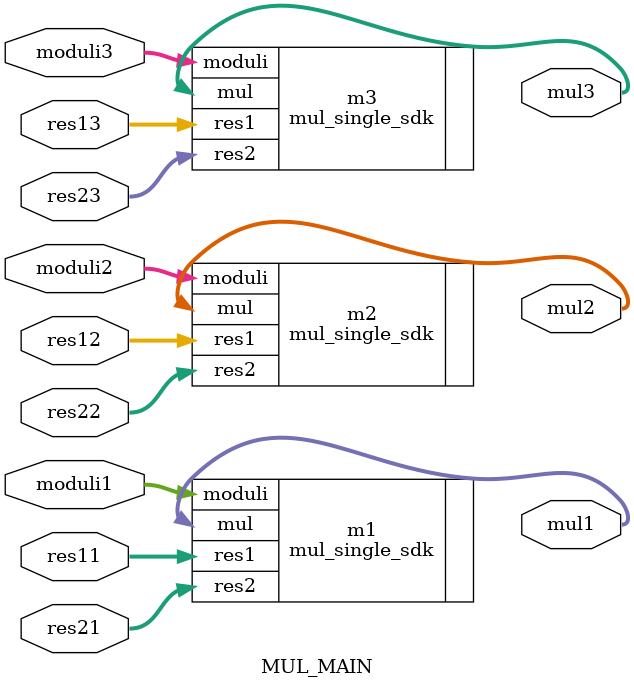
<source format=v>
`timescale 1ns / 1ps
module MUL_MAIN(
    input [2:0] res11,
    input [2:0] res12,
    input [2:0] res13,
    input [2:0] res21,
    input [2:0] res22,
    input [2:0] res23,
    input [2:0] moduli1,
    input [2:0] moduli2,
    input [2:0] moduli3,
    output [2:0] mul1,
    output [2:0] mul2,
    output [2:0] mul3
	 
	 );
	 
	 
	 mul_single_sdk m1(.res1(res11) ,.res2(res21) ,.moduli(moduli1) ,.mul(mul1));
	 mul_single_sdk m2(.res1(res12) ,.res2(res22) ,.moduli(moduli2) ,.mul(mul2));
	 mul_single_sdk m3(.res1(res13) ,.res2(res23) ,.moduli(moduli3) ,.mul(mul3));

endmodule

</source>
